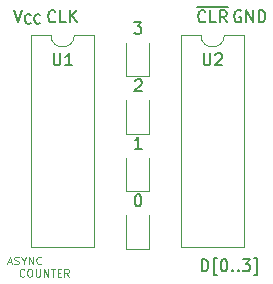
<source format=gbr>
%TF.GenerationSoftware,KiCad,Pcbnew,7.0.8-7.0.8~ubuntu23.04.1*%
%TF.CreationDate,2023-10-19T21:44:50+04:00*%
%TF.ProjectId,async_counter,6173796e-635f-4636-9f75-6e7465722e6b,rev?*%
%TF.SameCoordinates,Original*%
%TF.FileFunction,Legend,Top*%
%TF.FilePolarity,Positive*%
%FSLAX46Y46*%
G04 Gerber Fmt 4.6, Leading zero omitted, Abs format (unit mm)*
G04 Created by KiCad (PCBNEW 7.0.8-7.0.8~ubuntu23.04.1) date 2023-10-19 21:44:50*
%MOMM*%
%LPD*%
G01*
G04 APERTURE LIST*
%ADD10C,0.150000*%
%ADD11C,0.100000*%
%ADD12C,0.120000*%
G04 APERTURE END LIST*
D10*
X185128141Y-81369019D02*
X185747188Y-81369019D01*
X185747188Y-81369019D02*
X185413855Y-81749971D01*
X185413855Y-81749971D02*
X185556712Y-81749971D01*
X185556712Y-81749971D02*
X185651950Y-81797590D01*
X185651950Y-81797590D02*
X185699569Y-81845209D01*
X185699569Y-81845209D02*
X185747188Y-81940447D01*
X185747188Y-81940447D02*
X185747188Y-82178542D01*
X185747188Y-82178542D02*
X185699569Y-82273780D01*
X185699569Y-82273780D02*
X185651950Y-82321400D01*
X185651950Y-82321400D02*
X185556712Y-82369019D01*
X185556712Y-82369019D02*
X185270998Y-82369019D01*
X185270998Y-82369019D02*
X185175760Y-82321400D01*
X185175760Y-82321400D02*
X185128141Y-82273780D01*
X185413855Y-95974019D02*
X185509093Y-95974019D01*
X185509093Y-95974019D02*
X185604331Y-96021638D01*
X185604331Y-96021638D02*
X185651950Y-96069257D01*
X185651950Y-96069257D02*
X185699569Y-96164495D01*
X185699569Y-96164495D02*
X185747188Y-96354971D01*
X185747188Y-96354971D02*
X185747188Y-96593066D01*
X185747188Y-96593066D02*
X185699569Y-96783542D01*
X185699569Y-96783542D02*
X185651950Y-96878780D01*
X185651950Y-96878780D02*
X185604331Y-96926400D01*
X185604331Y-96926400D02*
X185509093Y-96974019D01*
X185509093Y-96974019D02*
X185413855Y-96974019D01*
X185413855Y-96974019D02*
X185318617Y-96926400D01*
X185318617Y-96926400D02*
X185270998Y-96878780D01*
X185270998Y-96878780D02*
X185223379Y-96783542D01*
X185223379Y-96783542D02*
X185175760Y-96593066D01*
X185175760Y-96593066D02*
X185175760Y-96354971D01*
X185175760Y-96354971D02*
X185223379Y-96164495D01*
X185223379Y-96164495D02*
X185270998Y-96069257D01*
X185270998Y-96069257D02*
X185318617Y-96021638D01*
X185318617Y-96021638D02*
X185413855Y-95974019D01*
X191154207Y-81308580D02*
X191106588Y-81356200D01*
X191106588Y-81356200D02*
X190963731Y-81403819D01*
X190963731Y-81403819D02*
X190868493Y-81403819D01*
X190868493Y-81403819D02*
X190725636Y-81356200D01*
X190725636Y-81356200D02*
X190630398Y-81260961D01*
X190630398Y-81260961D02*
X190582779Y-81165723D01*
X190582779Y-81165723D02*
X190535160Y-80975247D01*
X190535160Y-80975247D02*
X190535160Y-80832390D01*
X190535160Y-80832390D02*
X190582779Y-80641914D01*
X190582779Y-80641914D02*
X190630398Y-80546676D01*
X190630398Y-80546676D02*
X190725636Y-80451438D01*
X190725636Y-80451438D02*
X190868493Y-80403819D01*
X190868493Y-80403819D02*
X190963731Y-80403819D01*
X190963731Y-80403819D02*
X191106588Y-80451438D01*
X191106588Y-80451438D02*
X191154207Y-80499057D01*
X192058969Y-81403819D02*
X191582779Y-81403819D01*
X191582779Y-81403819D02*
X191582779Y-80403819D01*
X192963731Y-81403819D02*
X192630398Y-80927628D01*
X192392303Y-81403819D02*
X192392303Y-80403819D01*
X192392303Y-80403819D02*
X192773255Y-80403819D01*
X192773255Y-80403819D02*
X192868493Y-80451438D01*
X192868493Y-80451438D02*
X192916112Y-80499057D01*
X192916112Y-80499057D02*
X192963731Y-80594295D01*
X192963731Y-80594295D02*
X192963731Y-80737152D01*
X192963731Y-80737152D02*
X192916112Y-80832390D01*
X192916112Y-80832390D02*
X192868493Y-80880009D01*
X192868493Y-80880009D02*
X192773255Y-80927628D01*
X192773255Y-80927628D02*
X192392303Y-80927628D01*
X190444684Y-80126200D02*
X193054208Y-80126200D01*
D11*
X174433598Y-101705438D02*
X174743122Y-101705438D01*
X174371693Y-101891152D02*
X174588360Y-101241152D01*
X174588360Y-101241152D02*
X174805027Y-101891152D01*
X174990741Y-101860200D02*
X175083598Y-101891152D01*
X175083598Y-101891152D02*
X175238360Y-101891152D01*
X175238360Y-101891152D02*
X175300265Y-101860200D01*
X175300265Y-101860200D02*
X175331217Y-101829247D01*
X175331217Y-101829247D02*
X175362170Y-101767342D01*
X175362170Y-101767342D02*
X175362170Y-101705438D01*
X175362170Y-101705438D02*
X175331217Y-101643533D01*
X175331217Y-101643533D02*
X175300265Y-101612580D01*
X175300265Y-101612580D02*
X175238360Y-101581628D01*
X175238360Y-101581628D02*
X175114551Y-101550676D01*
X175114551Y-101550676D02*
X175052646Y-101519723D01*
X175052646Y-101519723D02*
X175021693Y-101488771D01*
X175021693Y-101488771D02*
X174990741Y-101426866D01*
X174990741Y-101426866D02*
X174990741Y-101364961D01*
X174990741Y-101364961D02*
X175021693Y-101303057D01*
X175021693Y-101303057D02*
X175052646Y-101272104D01*
X175052646Y-101272104D02*
X175114551Y-101241152D01*
X175114551Y-101241152D02*
X175269312Y-101241152D01*
X175269312Y-101241152D02*
X175362170Y-101272104D01*
X175764551Y-101581628D02*
X175764551Y-101891152D01*
X175547884Y-101241152D02*
X175764551Y-101581628D01*
X175764551Y-101581628D02*
X175981218Y-101241152D01*
X176197884Y-101891152D02*
X176197884Y-101241152D01*
X176197884Y-101241152D02*
X176569313Y-101891152D01*
X176569313Y-101891152D02*
X176569313Y-101241152D01*
X177250265Y-101829247D02*
X177219313Y-101860200D01*
X177219313Y-101860200D02*
X177126455Y-101891152D01*
X177126455Y-101891152D02*
X177064551Y-101891152D01*
X177064551Y-101891152D02*
X176971694Y-101860200D01*
X176971694Y-101860200D02*
X176909789Y-101798295D01*
X176909789Y-101798295D02*
X176878836Y-101736390D01*
X176878836Y-101736390D02*
X176847884Y-101612580D01*
X176847884Y-101612580D02*
X176847884Y-101519723D01*
X176847884Y-101519723D02*
X176878836Y-101395914D01*
X176878836Y-101395914D02*
X176909789Y-101334009D01*
X176909789Y-101334009D02*
X176971694Y-101272104D01*
X176971694Y-101272104D02*
X177064551Y-101241152D01*
X177064551Y-101241152D02*
X177126455Y-101241152D01*
X177126455Y-101241152D02*
X177219313Y-101272104D01*
X177219313Y-101272104D02*
X177250265Y-101303057D01*
X175826455Y-102875747D02*
X175795503Y-102906700D01*
X175795503Y-102906700D02*
X175702645Y-102937652D01*
X175702645Y-102937652D02*
X175640741Y-102937652D01*
X175640741Y-102937652D02*
X175547884Y-102906700D01*
X175547884Y-102906700D02*
X175485979Y-102844795D01*
X175485979Y-102844795D02*
X175455026Y-102782890D01*
X175455026Y-102782890D02*
X175424074Y-102659080D01*
X175424074Y-102659080D02*
X175424074Y-102566223D01*
X175424074Y-102566223D02*
X175455026Y-102442414D01*
X175455026Y-102442414D02*
X175485979Y-102380509D01*
X175485979Y-102380509D02*
X175547884Y-102318604D01*
X175547884Y-102318604D02*
X175640741Y-102287652D01*
X175640741Y-102287652D02*
X175702645Y-102287652D01*
X175702645Y-102287652D02*
X175795503Y-102318604D01*
X175795503Y-102318604D02*
X175826455Y-102349557D01*
X176228836Y-102287652D02*
X176352645Y-102287652D01*
X176352645Y-102287652D02*
X176414550Y-102318604D01*
X176414550Y-102318604D02*
X176476455Y-102380509D01*
X176476455Y-102380509D02*
X176507407Y-102504319D01*
X176507407Y-102504319D02*
X176507407Y-102720985D01*
X176507407Y-102720985D02*
X176476455Y-102844795D01*
X176476455Y-102844795D02*
X176414550Y-102906700D01*
X176414550Y-102906700D02*
X176352645Y-102937652D01*
X176352645Y-102937652D02*
X176228836Y-102937652D01*
X176228836Y-102937652D02*
X176166931Y-102906700D01*
X176166931Y-102906700D02*
X176105026Y-102844795D01*
X176105026Y-102844795D02*
X176074074Y-102720985D01*
X176074074Y-102720985D02*
X176074074Y-102504319D01*
X176074074Y-102504319D02*
X176105026Y-102380509D01*
X176105026Y-102380509D02*
X176166931Y-102318604D01*
X176166931Y-102318604D02*
X176228836Y-102287652D01*
X176785978Y-102287652D02*
X176785978Y-102813842D01*
X176785978Y-102813842D02*
X176816931Y-102875747D01*
X176816931Y-102875747D02*
X176847883Y-102906700D01*
X176847883Y-102906700D02*
X176909788Y-102937652D01*
X176909788Y-102937652D02*
X177033597Y-102937652D01*
X177033597Y-102937652D02*
X177095502Y-102906700D01*
X177095502Y-102906700D02*
X177126455Y-102875747D01*
X177126455Y-102875747D02*
X177157407Y-102813842D01*
X177157407Y-102813842D02*
X177157407Y-102287652D01*
X177466930Y-102937652D02*
X177466930Y-102287652D01*
X177466930Y-102287652D02*
X177838359Y-102937652D01*
X177838359Y-102937652D02*
X177838359Y-102287652D01*
X178055025Y-102287652D02*
X178426454Y-102287652D01*
X178240740Y-102937652D02*
X178240740Y-102287652D01*
X178643120Y-102597176D02*
X178859787Y-102597176D01*
X178952644Y-102937652D02*
X178643120Y-102937652D01*
X178643120Y-102937652D02*
X178643120Y-102287652D01*
X178643120Y-102287652D02*
X178952644Y-102287652D01*
X179602644Y-102937652D02*
X179385977Y-102628128D01*
X179231215Y-102937652D02*
X179231215Y-102287652D01*
X179231215Y-102287652D02*
X179478834Y-102287652D01*
X179478834Y-102287652D02*
X179540739Y-102318604D01*
X179540739Y-102318604D02*
X179571692Y-102349557D01*
X179571692Y-102349557D02*
X179602644Y-102411461D01*
X179602644Y-102411461D02*
X179602644Y-102504319D01*
X179602644Y-102504319D02*
X179571692Y-102566223D01*
X179571692Y-102566223D02*
X179540739Y-102597176D01*
X179540739Y-102597176D02*
X179478834Y-102628128D01*
X179478834Y-102628128D02*
X179231215Y-102628128D01*
D10*
X178454207Y-81308580D02*
X178406588Y-81356200D01*
X178406588Y-81356200D02*
X178263731Y-81403819D01*
X178263731Y-81403819D02*
X178168493Y-81403819D01*
X178168493Y-81403819D02*
X178025636Y-81356200D01*
X178025636Y-81356200D02*
X177930398Y-81260961D01*
X177930398Y-81260961D02*
X177882779Y-81165723D01*
X177882779Y-81165723D02*
X177835160Y-80975247D01*
X177835160Y-80975247D02*
X177835160Y-80832390D01*
X177835160Y-80832390D02*
X177882779Y-80641914D01*
X177882779Y-80641914D02*
X177930398Y-80546676D01*
X177930398Y-80546676D02*
X178025636Y-80451438D01*
X178025636Y-80451438D02*
X178168493Y-80403819D01*
X178168493Y-80403819D02*
X178263731Y-80403819D01*
X178263731Y-80403819D02*
X178406588Y-80451438D01*
X178406588Y-80451438D02*
X178454207Y-80499057D01*
X179358969Y-81403819D02*
X178882779Y-81403819D01*
X178882779Y-81403819D02*
X178882779Y-80403819D01*
X179692303Y-81403819D02*
X179692303Y-80403819D01*
X180263731Y-81403819D02*
X179835160Y-80832390D01*
X180263731Y-80403819D02*
X179692303Y-80975247D01*
X185772588Y-92097219D02*
X185201160Y-92097219D01*
X185486874Y-92097219D02*
X185486874Y-91097219D01*
X185486874Y-91097219D02*
X185391636Y-91240076D01*
X185391636Y-91240076D02*
X185296398Y-91335314D01*
X185296398Y-91335314D02*
X185201160Y-91382933D01*
X174945922Y-80403819D02*
X175279255Y-81403819D01*
X175279255Y-81403819D02*
X175612588Y-80403819D01*
X176355446Y-81438104D02*
X176317350Y-81476200D01*
X176317350Y-81476200D02*
X176203065Y-81514295D01*
X176203065Y-81514295D02*
X176126874Y-81514295D01*
X176126874Y-81514295D02*
X176012588Y-81476200D01*
X176012588Y-81476200D02*
X175936398Y-81400009D01*
X175936398Y-81400009D02*
X175898303Y-81323819D01*
X175898303Y-81323819D02*
X175860207Y-81171438D01*
X175860207Y-81171438D02*
X175860207Y-81057152D01*
X175860207Y-81057152D02*
X175898303Y-80904771D01*
X175898303Y-80904771D02*
X175936398Y-80828580D01*
X175936398Y-80828580D02*
X176012588Y-80752390D01*
X176012588Y-80752390D02*
X176126874Y-80714295D01*
X176126874Y-80714295D02*
X176203065Y-80714295D01*
X176203065Y-80714295D02*
X176317350Y-80752390D01*
X176317350Y-80752390D02*
X176355446Y-80790485D01*
X177155446Y-81438104D02*
X177117350Y-81476200D01*
X177117350Y-81476200D02*
X177003065Y-81514295D01*
X177003065Y-81514295D02*
X176926874Y-81514295D01*
X176926874Y-81514295D02*
X176812588Y-81476200D01*
X176812588Y-81476200D02*
X176736398Y-81400009D01*
X176736398Y-81400009D02*
X176698303Y-81323819D01*
X176698303Y-81323819D02*
X176660207Y-81171438D01*
X176660207Y-81171438D02*
X176660207Y-81057152D01*
X176660207Y-81057152D02*
X176698303Y-80904771D01*
X176698303Y-80904771D02*
X176736398Y-80828580D01*
X176736398Y-80828580D02*
X176812588Y-80752390D01*
X176812588Y-80752390D02*
X176926874Y-80714295D01*
X176926874Y-80714295D02*
X177003065Y-80714295D01*
X177003065Y-80714295D02*
X177117350Y-80752390D01*
X177117350Y-80752390D02*
X177155446Y-80790485D01*
X194154588Y-80451438D02*
X194059350Y-80403819D01*
X194059350Y-80403819D02*
X193916493Y-80403819D01*
X193916493Y-80403819D02*
X193773636Y-80451438D01*
X193773636Y-80451438D02*
X193678398Y-80546676D01*
X193678398Y-80546676D02*
X193630779Y-80641914D01*
X193630779Y-80641914D02*
X193583160Y-80832390D01*
X193583160Y-80832390D02*
X193583160Y-80975247D01*
X193583160Y-80975247D02*
X193630779Y-81165723D01*
X193630779Y-81165723D02*
X193678398Y-81260961D01*
X193678398Y-81260961D02*
X193773636Y-81356200D01*
X193773636Y-81356200D02*
X193916493Y-81403819D01*
X193916493Y-81403819D02*
X194011731Y-81403819D01*
X194011731Y-81403819D02*
X194154588Y-81356200D01*
X194154588Y-81356200D02*
X194202207Y-81308580D01*
X194202207Y-81308580D02*
X194202207Y-80975247D01*
X194202207Y-80975247D02*
X194011731Y-80975247D01*
X194630779Y-81403819D02*
X194630779Y-80403819D01*
X194630779Y-80403819D02*
X195202207Y-81403819D01*
X195202207Y-81403819D02*
X195202207Y-80403819D01*
X195678398Y-81403819D02*
X195678398Y-80403819D01*
X195678398Y-80403819D02*
X195916493Y-80403819D01*
X195916493Y-80403819D02*
X196059350Y-80451438D01*
X196059350Y-80451438D02*
X196154588Y-80546676D01*
X196154588Y-80546676D02*
X196202207Y-80641914D01*
X196202207Y-80641914D02*
X196249826Y-80832390D01*
X196249826Y-80832390D02*
X196249826Y-80975247D01*
X196249826Y-80975247D02*
X196202207Y-81165723D01*
X196202207Y-81165723D02*
X196154588Y-81260961D01*
X196154588Y-81260961D02*
X196059350Y-81356200D01*
X196059350Y-81356200D02*
X195916493Y-81403819D01*
X195916493Y-81403819D02*
X195678398Y-81403819D01*
X190836779Y-102485819D02*
X190836779Y-101485819D01*
X190836779Y-101485819D02*
X191074874Y-101485819D01*
X191074874Y-101485819D02*
X191217731Y-101533438D01*
X191217731Y-101533438D02*
X191312969Y-101628676D01*
X191312969Y-101628676D02*
X191360588Y-101723914D01*
X191360588Y-101723914D02*
X191408207Y-101914390D01*
X191408207Y-101914390D02*
X191408207Y-102057247D01*
X191408207Y-102057247D02*
X191360588Y-102247723D01*
X191360588Y-102247723D02*
X191312969Y-102342961D01*
X191312969Y-102342961D02*
X191217731Y-102438200D01*
X191217731Y-102438200D02*
X191074874Y-102485819D01*
X191074874Y-102485819D02*
X190836779Y-102485819D01*
X192122493Y-102819152D02*
X191884398Y-102819152D01*
X191884398Y-102819152D02*
X191884398Y-101390580D01*
X191884398Y-101390580D02*
X192122493Y-101390580D01*
X192693922Y-101485819D02*
X192789160Y-101485819D01*
X192789160Y-101485819D02*
X192884398Y-101533438D01*
X192884398Y-101533438D02*
X192932017Y-101581057D01*
X192932017Y-101581057D02*
X192979636Y-101676295D01*
X192979636Y-101676295D02*
X193027255Y-101866771D01*
X193027255Y-101866771D02*
X193027255Y-102104866D01*
X193027255Y-102104866D02*
X192979636Y-102295342D01*
X192979636Y-102295342D02*
X192932017Y-102390580D01*
X192932017Y-102390580D02*
X192884398Y-102438200D01*
X192884398Y-102438200D02*
X192789160Y-102485819D01*
X192789160Y-102485819D02*
X192693922Y-102485819D01*
X192693922Y-102485819D02*
X192598684Y-102438200D01*
X192598684Y-102438200D02*
X192551065Y-102390580D01*
X192551065Y-102390580D02*
X192503446Y-102295342D01*
X192503446Y-102295342D02*
X192455827Y-102104866D01*
X192455827Y-102104866D02*
X192455827Y-101866771D01*
X192455827Y-101866771D02*
X192503446Y-101676295D01*
X192503446Y-101676295D02*
X192551065Y-101581057D01*
X192551065Y-101581057D02*
X192598684Y-101533438D01*
X192598684Y-101533438D02*
X192693922Y-101485819D01*
X193455827Y-102390580D02*
X193503446Y-102438200D01*
X193503446Y-102438200D02*
X193455827Y-102485819D01*
X193455827Y-102485819D02*
X193408208Y-102438200D01*
X193408208Y-102438200D02*
X193455827Y-102390580D01*
X193455827Y-102390580D02*
X193455827Y-102485819D01*
X193932017Y-102390580D02*
X193979636Y-102438200D01*
X193979636Y-102438200D02*
X193932017Y-102485819D01*
X193932017Y-102485819D02*
X193884398Y-102438200D01*
X193884398Y-102438200D02*
X193932017Y-102390580D01*
X193932017Y-102390580D02*
X193932017Y-102485819D01*
X194312969Y-101485819D02*
X194932016Y-101485819D01*
X194932016Y-101485819D02*
X194598683Y-101866771D01*
X194598683Y-101866771D02*
X194741540Y-101866771D01*
X194741540Y-101866771D02*
X194836778Y-101914390D01*
X194836778Y-101914390D02*
X194884397Y-101962009D01*
X194884397Y-101962009D02*
X194932016Y-102057247D01*
X194932016Y-102057247D02*
X194932016Y-102295342D01*
X194932016Y-102295342D02*
X194884397Y-102390580D01*
X194884397Y-102390580D02*
X194836778Y-102438200D01*
X194836778Y-102438200D02*
X194741540Y-102485819D01*
X194741540Y-102485819D02*
X194455826Y-102485819D01*
X194455826Y-102485819D02*
X194360588Y-102438200D01*
X194360588Y-102438200D02*
X194312969Y-102390580D01*
X195265350Y-102819152D02*
X195503445Y-102819152D01*
X195503445Y-102819152D02*
X195503445Y-101390580D01*
X195503445Y-101390580D02*
X195265350Y-101390580D01*
X185201160Y-86341057D02*
X185248779Y-86293438D01*
X185248779Y-86293438D02*
X185344017Y-86245819D01*
X185344017Y-86245819D02*
X185582112Y-86245819D01*
X185582112Y-86245819D02*
X185677350Y-86293438D01*
X185677350Y-86293438D02*
X185724969Y-86341057D01*
X185724969Y-86341057D02*
X185772588Y-86436295D01*
X185772588Y-86436295D02*
X185772588Y-86531533D01*
X185772588Y-86531533D02*
X185724969Y-86674390D01*
X185724969Y-86674390D02*
X185153541Y-87245819D01*
X185153541Y-87245819D02*
X185772588Y-87245819D01*
X178308095Y-84036819D02*
X178308095Y-84846342D01*
X178308095Y-84846342D02*
X178355714Y-84941580D01*
X178355714Y-84941580D02*
X178403333Y-84989200D01*
X178403333Y-84989200D02*
X178498571Y-85036819D01*
X178498571Y-85036819D02*
X178689047Y-85036819D01*
X178689047Y-85036819D02*
X178784285Y-84989200D01*
X178784285Y-84989200D02*
X178831904Y-84941580D01*
X178831904Y-84941580D02*
X178879523Y-84846342D01*
X178879523Y-84846342D02*
X178879523Y-84036819D01*
X179879523Y-85036819D02*
X179308095Y-85036819D01*
X179593809Y-85036819D02*
X179593809Y-84036819D01*
X179593809Y-84036819D02*
X179498571Y-84179676D01*
X179498571Y-84179676D02*
X179403333Y-84274914D01*
X179403333Y-84274914D02*
X179308095Y-84322533D01*
X191008095Y-84036819D02*
X191008095Y-84846342D01*
X191008095Y-84846342D02*
X191055714Y-84941580D01*
X191055714Y-84941580D02*
X191103333Y-84989200D01*
X191103333Y-84989200D02*
X191198571Y-85036819D01*
X191198571Y-85036819D02*
X191389047Y-85036819D01*
X191389047Y-85036819D02*
X191484285Y-84989200D01*
X191484285Y-84989200D02*
X191531904Y-84941580D01*
X191531904Y-84941580D02*
X191579523Y-84846342D01*
X191579523Y-84846342D02*
X191579523Y-84036819D01*
X192008095Y-84132057D02*
X192055714Y-84084438D01*
X192055714Y-84084438D02*
X192150952Y-84036819D01*
X192150952Y-84036819D02*
X192389047Y-84036819D01*
X192389047Y-84036819D02*
X192484285Y-84084438D01*
X192484285Y-84084438D02*
X192531904Y-84132057D01*
X192531904Y-84132057D02*
X192579523Y-84227295D01*
X192579523Y-84227295D02*
X192579523Y-84322533D01*
X192579523Y-84322533D02*
X192531904Y-84465390D01*
X192531904Y-84465390D02*
X191960476Y-85036819D01*
X191960476Y-85036819D02*
X192579523Y-85036819D01*
D12*
%TO.C,D4*%
X184460000Y-85980000D02*
X186380000Y-85980000D01*
X186380000Y-85980000D02*
X186380000Y-83120000D01*
X184460000Y-83120000D02*
X184460000Y-85980000D01*
%TO.C,D2*%
X184460000Y-95716666D02*
X186380000Y-95716666D01*
X186380000Y-95716666D02*
X186380000Y-92856666D01*
X184460000Y-92856666D02*
X184460000Y-95716666D01*
%TO.C,D3*%
X184460000Y-90848333D02*
X186380000Y-90848333D01*
X186380000Y-90848333D02*
X186380000Y-87988333D01*
X184460000Y-87988333D02*
X184460000Y-90848333D01*
%TO.C,U1*%
X176420000Y-82490000D02*
X176420000Y-100390000D01*
X176420000Y-100390000D02*
X181720000Y-100390000D01*
X178070000Y-82490000D02*
X176420000Y-82490000D01*
X181720000Y-82490000D02*
X180070000Y-82490000D01*
X181720000Y-100390000D02*
X181720000Y-82490000D01*
X178070000Y-82490000D02*
G75*
G03*
X180070000Y-82490000I1000000J0D01*
G01*
%TO.C,U2*%
X189120000Y-82490000D02*
X189120000Y-100390000D01*
X189120000Y-100390000D02*
X194420000Y-100390000D01*
X190770000Y-82490000D02*
X189120000Y-82490000D01*
X194420000Y-82490000D02*
X192770000Y-82490000D01*
X194420000Y-100390000D02*
X194420000Y-82490000D01*
X190770000Y-82490000D02*
G75*
G03*
X192770000Y-82490000I1000000J0D01*
G01*
%TO.C,D1*%
X184460000Y-100585000D02*
X186380000Y-100585000D01*
X186380000Y-100585000D02*
X186380000Y-97725000D01*
X184460000Y-97725000D02*
X184460000Y-100585000D01*
%TD*%
M02*

</source>
